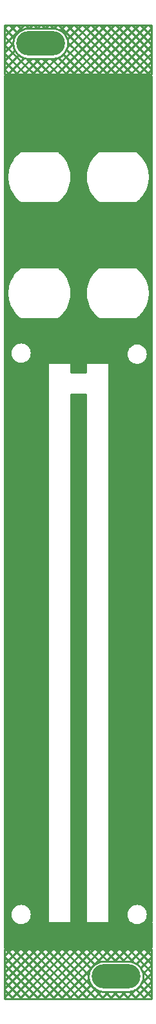
<source format=gbl>
G04 Layer: BottomLayer*
G04 EasyEDA v6.5.23, 2023-06-01 15:37:06*
G04 23eb6b4696734b44af23c16f2827e462,5a6b42c53f6a479593ecc07194224c93,10*
G04 Gerber Generator version 0.2*
G04 Scale: 100 percent, Rotated: No, Reflected: No *
G04 Dimensions in millimeters *
G04 leading zeros omitted , absolute positions ,4 integer and 5 decimal *
%FSLAX45Y45*%
%MOMM*%

%ADD10C,0.2540*%
%ADD11O,6.4000126X3.1999936*%

%LPD*%
G36*
X36068Y698500D02*
G01*
X32156Y699262D01*
X28905Y701497D01*
X26670Y704748D01*
X25908Y708660D01*
X25908Y12143740D01*
X26670Y12147651D01*
X28905Y12150902D01*
X32156Y12153138D01*
X36068Y12153900D01*
X1970532Y12153900D01*
X1974443Y12153138D01*
X1977694Y12150902D01*
X1979930Y12147651D01*
X1980692Y12143740D01*
X1980692Y1051560D01*
X1979930Y1047648D01*
X1977694Y1044397D01*
X1974443Y1042162D01*
X1970532Y1041400D01*
X1974443Y1040637D01*
X1977694Y1038402D01*
X1979930Y1035151D01*
X1980692Y1031240D01*
X1980692Y708660D01*
X1979930Y704748D01*
X1977694Y701497D01*
X1974443Y699262D01*
X1970532Y698500D01*
G37*

%LPC*%
G36*
X1290066Y10494467D02*
G01*
X1757934Y10494467D01*
X1764233Y10495229D01*
X1769719Y10497108D01*
X1774545Y10500156D01*
X1780438Y10506100D01*
X1795729Y10518952D01*
X1816100Y10538663D01*
X1835048Y10559694D01*
X1852422Y10582046D01*
X1868271Y10605516D01*
X1882393Y10630052D01*
X1894789Y10655503D01*
X1905406Y10681766D01*
X1914143Y10708741D01*
X1920951Y10736224D01*
X1925878Y10764113D01*
X1928825Y10792256D01*
X1929790Y10820552D01*
X1928825Y10848848D01*
X1925828Y10877042D01*
X1920900Y10904931D01*
X1914042Y10932414D01*
X1905304Y10959338D01*
X1894687Y10985550D01*
X1882241Y11011001D01*
X1868068Y11035538D01*
X1852269Y11059007D01*
X1834794Y11081359D01*
X1815846Y11102390D01*
X1795475Y11122050D01*
X1779676Y11135360D01*
X1774545Y11140643D01*
X1769719Y11143691D01*
X1764233Y11145570D01*
X1757934Y11146282D01*
X1290066Y11146282D01*
X1283766Y11145570D01*
X1278280Y11143691D01*
X1273403Y11140592D01*
X1267815Y11135055D01*
X1252321Y11122050D01*
X1231950Y11102390D01*
X1213002Y11081359D01*
X1195527Y11059007D01*
X1179728Y11035538D01*
X1165555Y11011001D01*
X1153109Y10985550D01*
X1142492Y10959338D01*
X1133754Y10932414D01*
X1126896Y10904931D01*
X1121968Y10877042D01*
X1119022Y10848848D01*
X1118006Y10820552D01*
X1118971Y10792256D01*
X1121918Y10764113D01*
X1126845Y10736224D01*
X1133652Y10708741D01*
X1142390Y10681766D01*
X1153007Y10655503D01*
X1165402Y10630052D01*
X1179525Y10605516D01*
X1195374Y10582046D01*
X1212799Y10559694D01*
X1231696Y10538663D01*
X1252067Y10518952D01*
X1268476Y10505084D01*
X1273403Y10500207D01*
X1278280Y10497108D01*
X1283766Y10495229D01*
G37*
G36*
X254000Y1017117D02*
G01*
X269189Y1018032D01*
X284124Y1020775D01*
X298653Y1025296D01*
X312521Y1031544D01*
X325526Y1039418D01*
X337464Y1048766D01*
X348234Y1059535D01*
X357581Y1071473D01*
X365455Y1084478D01*
X371703Y1098346D01*
X376224Y1112875D01*
X378968Y1127810D01*
X379882Y1143000D01*
X378968Y1158189D01*
X376224Y1173124D01*
X371703Y1187653D01*
X365455Y1201521D01*
X357581Y1214526D01*
X348234Y1226464D01*
X337464Y1237234D01*
X325526Y1246581D01*
X312521Y1254455D01*
X298653Y1260703D01*
X284124Y1265224D01*
X269189Y1267968D01*
X254000Y1268882D01*
X238810Y1267968D01*
X223875Y1265224D01*
X209346Y1260703D01*
X195478Y1254455D01*
X182473Y1246581D01*
X170535Y1237234D01*
X159766Y1226464D01*
X150418Y1214526D01*
X142544Y1201521D01*
X136296Y1187653D01*
X131775Y1173124D01*
X129032Y1158189D01*
X128117Y1143000D01*
X129032Y1127810D01*
X131775Y1112875D01*
X136296Y1098346D01*
X142544Y1084478D01*
X150418Y1071473D01*
X159766Y1059535D01*
X170535Y1048766D01*
X182473Y1039418D01*
X195478Y1031544D01*
X209346Y1025296D01*
X223875Y1020775D01*
X238810Y1018032D01*
G37*
G36*
X623316Y1041400D02*
G01*
X900684Y1041400D01*
X901700Y1042416D01*
X901700Y7965440D01*
X902462Y7969351D01*
X904697Y7972602D01*
X907948Y7974838D01*
X911860Y7975600D01*
X1107440Y7975600D01*
X1111351Y7974838D01*
X1114602Y7972602D01*
X1116838Y7969351D01*
X1117600Y7965440D01*
X1117600Y1042416D01*
X1118616Y1041400D01*
X1407160Y1041400D01*
X1403248Y1042162D01*
X1399997Y1044397D01*
X1397762Y1047648D01*
X1397000Y1051560D01*
X1397000Y8368284D01*
X1395984Y8369300D01*
X1118616Y8369300D01*
X1117600Y8368284D01*
X1117600Y8252459D01*
X1116838Y8248548D01*
X1114602Y8245297D01*
X1111351Y8243062D01*
X1107440Y8242300D01*
X911860Y8242300D01*
X907948Y8243062D01*
X904697Y8245297D01*
X902462Y8248548D01*
X901700Y8252459D01*
X901700Y8368284D01*
X900684Y8369300D01*
X623316Y8369300D01*
X622300Y8368284D01*
X622300Y1042416D01*
X622452Y1041552D01*
G37*
G36*
X261366Y10494467D02*
G01*
X729234Y10494467D01*
X735533Y10495229D01*
X741019Y10497108D01*
X745845Y10500156D01*
X751738Y10506100D01*
X767029Y10518952D01*
X787400Y10538663D01*
X806348Y10559694D01*
X823721Y10582046D01*
X839571Y10605516D01*
X853694Y10630052D01*
X866089Y10655503D01*
X876706Y10681766D01*
X885444Y10708741D01*
X892251Y10736224D01*
X897178Y10764113D01*
X900125Y10792256D01*
X901090Y10820552D01*
X900125Y10848848D01*
X897128Y10877042D01*
X892200Y10904931D01*
X885342Y10932414D01*
X876604Y10959338D01*
X865987Y10985550D01*
X853541Y11011001D01*
X839368Y11035538D01*
X823569Y11059007D01*
X806094Y11081359D01*
X787146Y11102390D01*
X766775Y11122050D01*
X750976Y11135360D01*
X745845Y11140643D01*
X741019Y11143691D01*
X735533Y11145570D01*
X729234Y11146282D01*
X261366Y11146282D01*
X255066Y11145570D01*
X249580Y11143691D01*
X244703Y11140592D01*
X239115Y11135055D01*
X223621Y11122050D01*
X203250Y11102390D01*
X184302Y11081359D01*
X166827Y11059007D01*
X151028Y11035538D01*
X136855Y11011001D01*
X124409Y10985550D01*
X113792Y10959338D01*
X105054Y10932414D01*
X98196Y10904931D01*
X93268Y10877042D01*
X90322Y10848848D01*
X89306Y10820552D01*
X90271Y10792256D01*
X93218Y10764113D01*
X98145Y10736224D01*
X104952Y10708741D01*
X113690Y10681766D01*
X124307Y10655503D01*
X136702Y10630052D01*
X150825Y10605516D01*
X166674Y10582046D01*
X184099Y10559694D01*
X202996Y10538663D01*
X223367Y10518952D01*
X239775Y10505084D01*
X244703Y10500207D01*
X249580Y10497108D01*
X255066Y10495229D01*
G37*
G36*
X1290066Y8970467D02*
G01*
X1757934Y8970467D01*
X1764233Y8971229D01*
X1769719Y8973108D01*
X1774545Y8976156D01*
X1780438Y8982100D01*
X1795729Y8994952D01*
X1816100Y9014663D01*
X1835048Y9035694D01*
X1852422Y9058046D01*
X1868271Y9081516D01*
X1882393Y9106052D01*
X1894789Y9131503D01*
X1905406Y9157766D01*
X1914143Y9184741D01*
X1920951Y9212224D01*
X1925878Y9240113D01*
X1928825Y9268256D01*
X1929790Y9296552D01*
X1928825Y9324848D01*
X1925828Y9353042D01*
X1920900Y9380931D01*
X1914042Y9408414D01*
X1905304Y9435338D01*
X1894687Y9461550D01*
X1882241Y9487001D01*
X1868068Y9511538D01*
X1852269Y9535007D01*
X1834794Y9557359D01*
X1815846Y9578390D01*
X1795475Y9598050D01*
X1779676Y9611360D01*
X1774545Y9616643D01*
X1769719Y9619691D01*
X1764233Y9621570D01*
X1757934Y9622282D01*
X1290066Y9622282D01*
X1283766Y9621570D01*
X1278280Y9619691D01*
X1273403Y9616592D01*
X1267815Y9611055D01*
X1252321Y9598050D01*
X1231950Y9578390D01*
X1213002Y9557359D01*
X1195527Y9535007D01*
X1179728Y9511538D01*
X1165555Y9487001D01*
X1153109Y9461550D01*
X1142492Y9435338D01*
X1133754Y9408414D01*
X1126896Y9380931D01*
X1121968Y9353042D01*
X1119022Y9324848D01*
X1118006Y9296552D01*
X1118971Y9268256D01*
X1121918Y9240113D01*
X1126845Y9212224D01*
X1133652Y9184741D01*
X1142390Y9157766D01*
X1153007Y9131503D01*
X1165402Y9106052D01*
X1179525Y9081516D01*
X1195374Y9058046D01*
X1212799Y9035694D01*
X1231696Y9014663D01*
X1252067Y8994952D01*
X1268476Y8981084D01*
X1273403Y8976207D01*
X1278280Y8973108D01*
X1283766Y8971229D01*
G37*
G36*
X1778000Y1017117D02*
G01*
X1793189Y1018032D01*
X1808124Y1020775D01*
X1822653Y1025296D01*
X1836470Y1031544D01*
X1850288Y1039926D01*
X1852828Y1041044D01*
X1855571Y1041400D01*
X1878634Y1041400D01*
X1874774Y1042162D01*
X1871472Y1044397D01*
X1869236Y1047648D01*
X1868474Y1051560D01*
X1869236Y1055471D01*
X1881581Y1071473D01*
X1889455Y1084478D01*
X1895703Y1098346D01*
X1900224Y1112875D01*
X1902968Y1127810D01*
X1903882Y1143000D01*
X1902968Y1158189D01*
X1900224Y1173124D01*
X1895703Y1187653D01*
X1889455Y1201521D01*
X1881581Y1214526D01*
X1872234Y1226464D01*
X1861464Y1237234D01*
X1849526Y1246581D01*
X1836521Y1254455D01*
X1822653Y1260703D01*
X1808124Y1265224D01*
X1793189Y1267968D01*
X1778000Y1268882D01*
X1762810Y1267968D01*
X1747875Y1265224D01*
X1733346Y1260703D01*
X1719478Y1254455D01*
X1706473Y1246581D01*
X1694535Y1237234D01*
X1683766Y1226464D01*
X1674418Y1214526D01*
X1666544Y1201521D01*
X1660296Y1187653D01*
X1655775Y1173124D01*
X1653032Y1158189D01*
X1652117Y1143000D01*
X1653032Y1127810D01*
X1655775Y1112875D01*
X1660296Y1098346D01*
X1666544Y1084478D01*
X1674418Y1071473D01*
X1686763Y1055471D01*
X1687525Y1051560D01*
X1686763Y1047648D01*
X1684528Y1044397D01*
X1681225Y1042162D01*
X1677365Y1041400D01*
X1700428Y1041400D01*
X1703171Y1041044D01*
X1705711Y1039926D01*
X1719529Y1031544D01*
X1733346Y1025296D01*
X1747875Y1020775D01*
X1762810Y1018032D01*
G37*
G36*
X254000Y8383117D02*
G01*
X269189Y8384031D01*
X284124Y8386775D01*
X298653Y8391296D01*
X312521Y8397544D01*
X325526Y8405418D01*
X337464Y8414766D01*
X348234Y8425535D01*
X357581Y8437473D01*
X365455Y8450478D01*
X371703Y8464346D01*
X376224Y8478875D01*
X378968Y8493810D01*
X379882Y8509000D01*
X378968Y8524189D01*
X376224Y8539124D01*
X371703Y8553653D01*
X365455Y8567521D01*
X357581Y8580526D01*
X348234Y8592464D01*
X337464Y8603234D01*
X325526Y8612581D01*
X312521Y8620455D01*
X298653Y8626703D01*
X284124Y8631224D01*
X269189Y8633968D01*
X254000Y8634882D01*
X238810Y8633968D01*
X223875Y8631224D01*
X209346Y8626703D01*
X195478Y8620455D01*
X182473Y8612581D01*
X170535Y8603234D01*
X159766Y8592464D01*
X150418Y8580526D01*
X142544Y8567521D01*
X136296Y8553653D01*
X131775Y8539124D01*
X129032Y8524189D01*
X128117Y8509000D01*
X129032Y8493810D01*
X131775Y8478875D01*
X136296Y8464346D01*
X142544Y8450478D01*
X150418Y8437473D01*
X159766Y8425535D01*
X170535Y8414766D01*
X182473Y8405418D01*
X195478Y8397544D01*
X209346Y8391296D01*
X223875Y8386775D01*
X238810Y8384031D01*
G37*
G36*
X261366Y8970467D02*
G01*
X729234Y8970467D01*
X735533Y8971229D01*
X741019Y8973108D01*
X745845Y8976156D01*
X751738Y8982100D01*
X767029Y8994952D01*
X787400Y9014663D01*
X806348Y9035694D01*
X823721Y9058046D01*
X839571Y9081516D01*
X853694Y9106052D01*
X866089Y9131503D01*
X876706Y9157766D01*
X885444Y9184741D01*
X892251Y9212224D01*
X897178Y9240113D01*
X900125Y9268256D01*
X901090Y9296552D01*
X900125Y9324848D01*
X897128Y9353042D01*
X892200Y9380931D01*
X885342Y9408414D01*
X876604Y9435338D01*
X865987Y9461550D01*
X853541Y9487001D01*
X839368Y9511538D01*
X823569Y9535007D01*
X806094Y9557359D01*
X787146Y9578390D01*
X766775Y9598050D01*
X750976Y9611360D01*
X745845Y9616643D01*
X741019Y9619691D01*
X735533Y9621570D01*
X729234Y9622282D01*
X261366Y9622282D01*
X255066Y9621570D01*
X249580Y9619691D01*
X244703Y9616592D01*
X239115Y9611055D01*
X223621Y9598050D01*
X203250Y9578390D01*
X184302Y9557359D01*
X166827Y9535007D01*
X151028Y9511538D01*
X136855Y9487001D01*
X124409Y9461550D01*
X113792Y9435338D01*
X105054Y9408414D01*
X98196Y9380931D01*
X93268Y9353042D01*
X90322Y9324848D01*
X89306Y9296552D01*
X90271Y9268256D01*
X93218Y9240113D01*
X98145Y9212224D01*
X104952Y9184741D01*
X113690Y9157766D01*
X124307Y9131503D01*
X136702Y9106052D01*
X150825Y9081516D01*
X166674Y9058046D01*
X184099Y9035694D01*
X202996Y9014663D01*
X223367Y8994952D01*
X239775Y8981084D01*
X244703Y8976207D01*
X249580Y8973108D01*
X255066Y8971229D01*
G37*
G36*
X1778000Y8370417D02*
G01*
X1793189Y8371331D01*
X1808124Y8374075D01*
X1822653Y8378596D01*
X1836521Y8384844D01*
X1849526Y8392718D01*
X1861464Y8402066D01*
X1872234Y8412835D01*
X1881581Y8424773D01*
X1889455Y8437778D01*
X1895703Y8451646D01*
X1900224Y8466175D01*
X1902968Y8481110D01*
X1903882Y8496300D01*
X1902968Y8511489D01*
X1900224Y8526424D01*
X1895703Y8540953D01*
X1889455Y8554821D01*
X1881581Y8567826D01*
X1872234Y8579764D01*
X1861464Y8590534D01*
X1849526Y8599881D01*
X1836521Y8607755D01*
X1822653Y8614003D01*
X1808124Y8618524D01*
X1793189Y8621268D01*
X1778000Y8622182D01*
X1762810Y8621268D01*
X1747875Y8618524D01*
X1733346Y8614003D01*
X1719478Y8607755D01*
X1706473Y8599881D01*
X1694535Y8590534D01*
X1683766Y8579764D01*
X1674418Y8567826D01*
X1666544Y8554821D01*
X1660296Y8540953D01*
X1655775Y8526424D01*
X1653032Y8511489D01*
X1652117Y8496300D01*
X1653032Y8481110D01*
X1655775Y8466175D01*
X1660296Y8451646D01*
X1666544Y8437778D01*
X1674418Y8424773D01*
X1683766Y8412835D01*
X1694535Y8402066D01*
X1706473Y8392718D01*
X1719478Y8384844D01*
X1733346Y8378596D01*
X1747875Y8374075D01*
X1762810Y8371331D01*
G37*

%LPD*%
D10*
X1892300Y673100D02*
G01*
X1892300Y736600D01*
X1917700Y12103100D02*
G01*
X1917700Y12166600D01*
X1967738Y38862D02*
G01*
X38862Y38862D01*
X38862Y38862D02*
G01*
X38862Y685545D01*
X38862Y685545D02*
G01*
X1967738Y685545D01*
X1967738Y685545D02*
G01*
X1967738Y38862D01*
X1197982Y189583D02*
G01*
X1212442Y176477D01*
X1212442Y176477D02*
G01*
X1228117Y164852D01*
X1228117Y164852D02*
G01*
X1244856Y154819D01*
X1244856Y154819D02*
G01*
X1262497Y146475D01*
X1262497Y146475D02*
G01*
X1280872Y139901D01*
X1280872Y139901D02*
G01*
X1299803Y135159D01*
X1299803Y135159D02*
G01*
X1319107Y132295D01*
X1319107Y132295D02*
G01*
X1338599Y131338D01*
X1338599Y131338D02*
G01*
X1658600Y131338D01*
X1658600Y131338D02*
G01*
X1678092Y132295D01*
X1678092Y132295D02*
G01*
X1697396Y135159D01*
X1697396Y135159D02*
G01*
X1716327Y139901D01*
X1716327Y139901D02*
G01*
X1734702Y146475D01*
X1734702Y146475D02*
G01*
X1752343Y154819D01*
X1752343Y154819D02*
G01*
X1769082Y164852D01*
X1769082Y164852D02*
G01*
X1784757Y176477D01*
X1784757Y176477D02*
G01*
X1799217Y189583D01*
X1799217Y189583D02*
G01*
X1812323Y204043D01*
X1812323Y204043D02*
G01*
X1823948Y219718D01*
X1823948Y219718D02*
G01*
X1833981Y236457D01*
X1833981Y236457D02*
G01*
X1842325Y254098D01*
X1842325Y254098D02*
G01*
X1848899Y272473D01*
X1848899Y272473D02*
G01*
X1853641Y291404D01*
X1853641Y291404D02*
G01*
X1856505Y310708D01*
X1856505Y310708D02*
G01*
X1857462Y330200D01*
X1857462Y330200D02*
G01*
X1856505Y349691D01*
X1856505Y349691D02*
G01*
X1853641Y368995D01*
X1853641Y368995D02*
G01*
X1848899Y387926D01*
X1848899Y387926D02*
G01*
X1842325Y406301D01*
X1842325Y406301D02*
G01*
X1833981Y423942D01*
X1833981Y423942D02*
G01*
X1823948Y440681D01*
X1823948Y440681D02*
G01*
X1812323Y456356D01*
X1812323Y456356D02*
G01*
X1799217Y470816D01*
X1799217Y470816D02*
G01*
X1784757Y483922D01*
X1784757Y483922D02*
G01*
X1769082Y495547D01*
X1769082Y495547D02*
G01*
X1752343Y505580D01*
X1752343Y505580D02*
G01*
X1734702Y513924D01*
X1734702Y513924D02*
G01*
X1716327Y520498D01*
X1716327Y520498D02*
G01*
X1697396Y525240D01*
X1697396Y525240D02*
G01*
X1678092Y528104D01*
X1678092Y528104D02*
G01*
X1658600Y529061D01*
X1658600Y529061D02*
G01*
X1338599Y529061D01*
X1338599Y529061D02*
G01*
X1319107Y528104D01*
X1319107Y528104D02*
G01*
X1299803Y525240D01*
X1299803Y525240D02*
G01*
X1280872Y520498D01*
X1280872Y520498D02*
G01*
X1262497Y513924D01*
X1262497Y513924D02*
G01*
X1244856Y505580D01*
X1244856Y505580D02*
G01*
X1228117Y495547D01*
X1228117Y495547D02*
G01*
X1212442Y483922D01*
X1212442Y483922D02*
G01*
X1197982Y470816D01*
X1197982Y470816D02*
G01*
X1184876Y456356D01*
X1184876Y456356D02*
G01*
X1173251Y440681D01*
X1173251Y440681D02*
G01*
X1163218Y423942D01*
X1163218Y423942D02*
G01*
X1154874Y406301D01*
X1154874Y406301D02*
G01*
X1148300Y387926D01*
X1148300Y387926D02*
G01*
X1143558Y368995D01*
X1143558Y368995D02*
G01*
X1140694Y349691D01*
X1140694Y349691D02*
G01*
X1139737Y330200D01*
X1139737Y330200D02*
G01*
X1140694Y310708D01*
X1140694Y310708D02*
G01*
X1143558Y291404D01*
X1143558Y291404D02*
G01*
X1148300Y272473D01*
X1148300Y272473D02*
G01*
X1154874Y254098D01*
X1154874Y254098D02*
G01*
X1163218Y236457D01*
X1163218Y236457D02*
G01*
X1173251Y219718D01*
X1173251Y219718D02*
G01*
X1184876Y204043D01*
X1184876Y204043D02*
G01*
X1197982Y189583D01*
X38862Y50940D02*
G01*
X50940Y38862D01*
X38862Y158703D02*
G01*
X158703Y38862D01*
X38862Y266466D02*
G01*
X266466Y38862D01*
X38862Y374229D02*
G01*
X374229Y38862D01*
X38862Y481992D02*
G01*
X481992Y38862D01*
X38862Y589755D02*
G01*
X589755Y38862D01*
X50835Y685545D02*
G01*
X697519Y38862D01*
X158598Y685545D02*
G01*
X805282Y38862D01*
X266361Y685545D02*
G01*
X913045Y38862D01*
X374124Y685545D02*
G01*
X1020808Y38862D01*
X481887Y685545D02*
G01*
X1128571Y38862D01*
X589650Y685545D02*
G01*
X1236334Y38862D01*
X697413Y685545D02*
G01*
X1344097Y38862D01*
X805176Y685545D02*
G01*
X1140738Y349984D01*
X1359384Y131338D02*
G01*
X1451860Y38862D01*
X912939Y685545D02*
G01*
X1167462Y431023D01*
X1467147Y131338D02*
G01*
X1559623Y38862D01*
X1020702Y685545D02*
G01*
X1218117Y488131D01*
X1574910Y131338D02*
G01*
X1667386Y38862D01*
X1128465Y685545D02*
G01*
X1290980Y523030D01*
X1681247Y132764D02*
G01*
X1775149Y38862D01*
X1236228Y685545D02*
G01*
X1392713Y529061D01*
X1761479Y160295D02*
G01*
X1882912Y38862D01*
X1343991Y685545D02*
G01*
X1500476Y529061D01*
X1817931Y211606D02*
G01*
X1967738Y61799D01*
X1451755Y685545D02*
G01*
X1608239Y529061D01*
X1852090Y285210D02*
G01*
X1967738Y169563D01*
X1559518Y685545D02*
G01*
X1729155Y515909D01*
X1844310Y400754D02*
G01*
X1967738Y277326D01*
X1667281Y685545D02*
G01*
X1967738Y385089D01*
X1775044Y685545D02*
G01*
X1967738Y492852D01*
X1882807Y685545D02*
G01*
X1967738Y600615D01*
X1955659Y38862D02*
G01*
X1967738Y50940D01*
X1847896Y38862D02*
G01*
X1967738Y158703D01*
X1740133Y38862D02*
G01*
X1967738Y266466D01*
X1632370Y38862D02*
G01*
X1744723Y151215D01*
X1837585Y244076D02*
G01*
X1967738Y374229D01*
X1524607Y38862D02*
G01*
X1617083Y131338D01*
X1853783Y368038D02*
G01*
X1967738Y481992D01*
X1416844Y38862D02*
G01*
X1509320Y131338D01*
X1821697Y443715D02*
G01*
X1967738Y589755D01*
X1309080Y38862D02*
G01*
X1401557Y131338D01*
X1767009Y496790D02*
G01*
X1955764Y685545D01*
X1201317Y38862D02*
G01*
X1298053Y135597D01*
X1688949Y526493D02*
G01*
X1848001Y685545D01*
X1093554Y38862D02*
G01*
X1223195Y168502D01*
X1583754Y529061D02*
G01*
X1740238Y685545D01*
X985791Y38862D02*
G01*
X1170776Y223847D01*
X1475991Y529061D02*
G01*
X1632475Y685545D01*
X878028Y38862D02*
G01*
X1141880Y302714D01*
X1368228Y529061D02*
G01*
X1524712Y685545D01*
X770265Y38862D02*
G01*
X1176599Y445196D01*
X1223602Y492199D02*
G01*
X1416949Y685545D01*
X662502Y38862D02*
G01*
X1309186Y685545D01*
X554739Y38862D02*
G01*
X1201423Y685545D01*
X446976Y38862D02*
G01*
X1093660Y685545D01*
X339213Y38862D02*
G01*
X985897Y685545D01*
X231450Y38862D02*
G01*
X878134Y685545D01*
X123687Y38862D02*
G01*
X770371Y685545D01*
X38862Y61799D02*
G01*
X662608Y685545D01*
X38862Y169563D02*
G01*
X554844Y685545D01*
X38862Y277326D02*
G01*
X447081Y685545D01*
X38862Y385089D02*
G01*
X339318Y685545D01*
X38862Y492852D02*
G01*
X231555Y685545D01*
X38862Y600615D02*
G01*
X123792Y685545D01*
X1967738Y12166854D02*
G01*
X38862Y12166854D01*
X38862Y12166854D02*
G01*
X38862Y12813537D01*
X38862Y12813537D02*
G01*
X1967738Y12813537D01*
X1967738Y12813537D02*
G01*
X1967738Y12166854D01*
X194276Y12446843D02*
G01*
X207382Y12432383D01*
X207382Y12432383D02*
G01*
X221842Y12419277D01*
X221842Y12419277D02*
G01*
X237517Y12407652D01*
X237517Y12407652D02*
G01*
X254256Y12397619D01*
X254256Y12397619D02*
G01*
X271897Y12389275D01*
X271897Y12389275D02*
G01*
X290272Y12382701D01*
X290272Y12382701D02*
G01*
X309203Y12377959D01*
X309203Y12377959D02*
G01*
X328507Y12375095D01*
X328507Y12375095D02*
G01*
X347999Y12374138D01*
X347999Y12374138D02*
G01*
X668000Y12374138D01*
X668000Y12374138D02*
G01*
X687492Y12375095D01*
X687492Y12375095D02*
G01*
X706796Y12377959D01*
X706796Y12377959D02*
G01*
X725727Y12382701D01*
X725727Y12382701D02*
G01*
X744102Y12389275D01*
X744102Y12389275D02*
G01*
X761743Y12397619D01*
X761743Y12397619D02*
G01*
X778482Y12407652D01*
X778482Y12407652D02*
G01*
X794157Y12419277D01*
X794157Y12419277D02*
G01*
X808617Y12432383D01*
X808617Y12432383D02*
G01*
X821723Y12446843D01*
X821723Y12446843D02*
G01*
X833348Y12462518D01*
X833348Y12462518D02*
G01*
X843381Y12479257D01*
X843381Y12479257D02*
G01*
X851725Y12496898D01*
X851725Y12496898D02*
G01*
X858299Y12515273D01*
X858299Y12515273D02*
G01*
X863041Y12534204D01*
X863041Y12534204D02*
G01*
X865905Y12553508D01*
X865905Y12553508D02*
G01*
X866862Y12573000D01*
X866862Y12573000D02*
G01*
X865905Y12592491D01*
X865905Y12592491D02*
G01*
X863041Y12611795D01*
X863041Y12611795D02*
G01*
X858299Y12630726D01*
X858299Y12630726D02*
G01*
X851725Y12649101D01*
X851725Y12649101D02*
G01*
X843381Y12666742D01*
X843381Y12666742D02*
G01*
X833348Y12683481D01*
X833348Y12683481D02*
G01*
X821723Y12699156D01*
X821723Y12699156D02*
G01*
X808617Y12713616D01*
X808617Y12713616D02*
G01*
X794157Y12726722D01*
X794157Y12726722D02*
G01*
X778482Y12738347D01*
X778482Y12738347D02*
G01*
X761743Y12748380D01*
X761743Y12748380D02*
G01*
X744102Y12756724D01*
X744102Y12756724D02*
G01*
X725727Y12763298D01*
X725727Y12763298D02*
G01*
X706796Y12768040D01*
X706796Y12768040D02*
G01*
X687492Y12770904D01*
X687492Y12770904D02*
G01*
X668000Y12771861D01*
X668000Y12771861D02*
G01*
X347999Y12771861D01*
X347999Y12771861D02*
G01*
X328507Y12770904D01*
X328507Y12770904D02*
G01*
X309203Y12768040D01*
X309203Y12768040D02*
G01*
X290272Y12763298D01*
X290272Y12763298D02*
G01*
X271897Y12756724D01*
X271897Y12756724D02*
G01*
X254256Y12748380D01*
X254256Y12748380D02*
G01*
X237517Y12738347D01*
X237517Y12738347D02*
G01*
X221842Y12726722D01*
X221842Y12726722D02*
G01*
X207382Y12713616D01*
X207382Y12713616D02*
G01*
X194276Y12699156D01*
X194276Y12699156D02*
G01*
X182651Y12683481D01*
X182651Y12683481D02*
G01*
X172618Y12666742D01*
X172618Y12666742D02*
G01*
X164274Y12649101D01*
X164274Y12649101D02*
G01*
X157700Y12630726D01*
X157700Y12630726D02*
G01*
X152958Y12611795D01*
X152958Y12611795D02*
G01*
X150094Y12592491D01*
X150094Y12592491D02*
G01*
X149137Y12573000D01*
X149137Y12573000D02*
G01*
X150094Y12553508D01*
X150094Y12553508D02*
G01*
X152958Y12534204D01*
X152958Y12534204D02*
G01*
X157700Y12515273D01*
X157700Y12515273D02*
G01*
X164274Y12496898D01*
X164274Y12496898D02*
G01*
X172618Y12479257D01*
X172618Y12479257D02*
G01*
X182651Y12462518D01*
X182651Y12462518D02*
G01*
X194276Y12446843D01*
X38862Y12228167D02*
G01*
X100175Y12166854D01*
X38862Y12335930D02*
G01*
X207938Y12166854D01*
X38862Y12443693D02*
G01*
X315701Y12166854D01*
X38862Y12551456D02*
G01*
X423464Y12166854D01*
X38862Y12659220D02*
G01*
X151056Y12547025D01*
X322024Y12376057D02*
G01*
X531228Y12166854D01*
X38862Y12766983D02*
G01*
X162290Y12643554D01*
X431706Y12374138D02*
G01*
X638991Y12166854D01*
X100070Y12813537D02*
G01*
X203868Y12709739D01*
X539470Y12374138D02*
G01*
X746754Y12166854D01*
X207833Y12813537D02*
G01*
X266975Y12754396D01*
X647233Y12374138D02*
G01*
X854517Y12166854D01*
X315596Y12813537D02*
G01*
X357272Y12771861D01*
X740976Y12388157D02*
G01*
X962280Y12166854D01*
X423359Y12813537D02*
G01*
X465035Y12771861D01*
X806464Y12430432D02*
G01*
X1070043Y12166854D01*
X531122Y12813537D02*
G01*
X572798Y12771861D01*
X850452Y12494208D02*
G01*
X1177806Y12166854D01*
X638885Y12813537D02*
G01*
X681210Y12771212D01*
X866213Y12586210D02*
G01*
X1285569Y12166854D01*
X746648Y12813537D02*
G01*
X1393332Y12166854D01*
X854411Y12813537D02*
G01*
X1501095Y12166854D01*
X962174Y12813537D02*
G01*
X1608858Y12166854D01*
X1069937Y12813537D02*
G01*
X1716621Y12166854D01*
X1177700Y12813537D02*
G01*
X1824384Y12166854D01*
X1285464Y12813537D02*
G01*
X1932148Y12166854D01*
X1393227Y12813537D02*
G01*
X1967738Y12239027D01*
X1500990Y12813537D02*
G01*
X1967738Y12346790D01*
X1608753Y12813537D02*
G01*
X1967738Y12454553D01*
X1716516Y12813537D02*
G01*
X1967738Y12562316D01*
X1824279Y12813537D02*
G01*
X1967738Y12670079D01*
X1932042Y12813537D02*
G01*
X1967738Y12777842D01*
X1906424Y12166854D02*
G01*
X1967738Y12228167D01*
X1798661Y12166854D02*
G01*
X1967738Y12335930D01*
X1690898Y12166854D02*
G01*
X1967738Y12443693D01*
X1583135Y12166854D02*
G01*
X1967738Y12551456D01*
X1475371Y12166854D02*
G01*
X1967738Y12659220D01*
X1367608Y12166854D02*
G01*
X1967738Y12766983D01*
X1259845Y12166854D02*
G01*
X1906529Y12813537D01*
X1152082Y12166854D02*
G01*
X1798766Y12813537D01*
X1044319Y12166854D02*
G01*
X1691003Y12813537D01*
X936556Y12166854D02*
G01*
X1583240Y12813537D01*
X828793Y12166854D02*
G01*
X1475477Y12813537D01*
X721030Y12166854D02*
G01*
X1367714Y12813537D01*
X613267Y12166854D02*
G01*
X1259951Y12813537D01*
X505504Y12166854D02*
G01*
X719888Y12381238D01*
X859762Y12521112D02*
G01*
X1152188Y12813537D01*
X397741Y12166854D02*
G01*
X605025Y12374138D01*
X858963Y12628076D02*
G01*
X1044425Y12813537D01*
X289978Y12166854D02*
G01*
X497262Y12374138D01*
X821960Y12698836D02*
G01*
X936662Y12813537D01*
X182215Y12166854D02*
G01*
X389499Y12374138D01*
X762992Y12747631D02*
G01*
X828899Y12813537D01*
X74451Y12166854D02*
G01*
X290293Y12382695D01*
X678922Y12771325D02*
G01*
X721135Y12813537D01*
X38862Y12239027D02*
G01*
X220410Y12420575D01*
X571696Y12771861D02*
G01*
X613372Y12813537D01*
X38862Y12346790D02*
G01*
X172204Y12480132D01*
X463933Y12771861D02*
G01*
X505609Y12813537D01*
X38862Y12454553D02*
G01*
X149519Y12565211D01*
X356170Y12771861D02*
G01*
X397846Y12813537D01*
X38862Y12562316D02*
G01*
X290083Y12813537D01*
X38862Y12670079D02*
G01*
X182320Y12813537D01*
X38862Y12777842D02*
G01*
X74557Y12813537D01*
D11*
G01*
X508000Y12573000D03*
G01*
X1498600Y330200D03*
M02*

</source>
